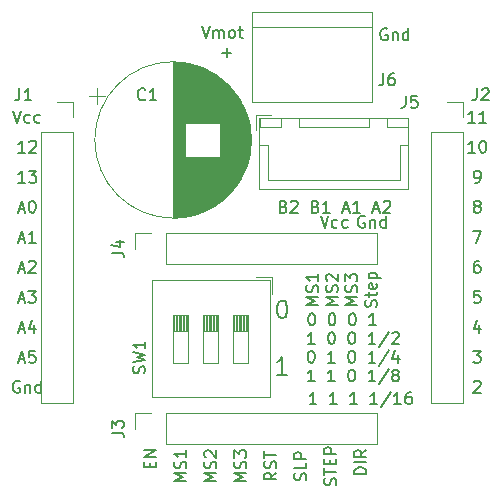
<source format=gbr>
G04 #@! TF.GenerationSoftware,KiCad,Pcbnew,(5.1.8)-1*
G04 #@! TF.CreationDate,2020-11-28T14:58:21+03:00*
G04 #@! TF.ProjectId,A4988,41343938-382e-46b6-9963-61645f706362,rev?*
G04 #@! TF.SameCoordinates,Original*
G04 #@! TF.FileFunction,Legend,Top*
G04 #@! TF.FilePolarity,Positive*
%FSLAX46Y46*%
G04 Gerber Fmt 4.6, Leading zero omitted, Abs format (unit mm)*
G04 Created by KiCad (PCBNEW (5.1.8)-1) date 2020-11-28 14:58:21*
%MOMM*%
%LPD*%
G01*
G04 APERTURE LIST*
%ADD10C,0.150000*%
%ADD11C,0.120000*%
G04 APERTURE END LIST*
D10*
X104941904Y-51967380D02*
X105275238Y-52967380D01*
X105608571Y-51967380D01*
X105941904Y-52967380D02*
X105941904Y-52300714D01*
X105941904Y-52395952D02*
X105989523Y-52348333D01*
X106084761Y-52300714D01*
X106227619Y-52300714D01*
X106322857Y-52348333D01*
X106370476Y-52443571D01*
X106370476Y-52967380D01*
X106370476Y-52443571D02*
X106418095Y-52348333D01*
X106513333Y-52300714D01*
X106656190Y-52300714D01*
X106751428Y-52348333D01*
X106799047Y-52443571D01*
X106799047Y-52967380D01*
X107418095Y-52967380D02*
X107322857Y-52919761D01*
X107275238Y-52872142D01*
X107227619Y-52776904D01*
X107227619Y-52491190D01*
X107275238Y-52395952D01*
X107322857Y-52348333D01*
X107418095Y-52300714D01*
X107560952Y-52300714D01*
X107656190Y-52348333D01*
X107703809Y-52395952D01*
X107751428Y-52491190D01*
X107751428Y-52776904D01*
X107703809Y-52872142D01*
X107656190Y-52919761D01*
X107560952Y-52967380D01*
X107418095Y-52967380D01*
X108037142Y-52300714D02*
X108418095Y-52300714D01*
X108180000Y-51967380D02*
X108180000Y-52824523D01*
X108227619Y-52919761D01*
X108322857Y-52967380D01*
X108418095Y-52967380D01*
X106680000Y-54236428D02*
X107441904Y-54236428D01*
X107060952Y-54617380D02*
X107060952Y-53855476D01*
X120642142Y-52205000D02*
X120546904Y-52157380D01*
X120404047Y-52157380D01*
X120261190Y-52205000D01*
X120165952Y-52300238D01*
X120118333Y-52395476D01*
X120070714Y-52585952D01*
X120070714Y-52728809D01*
X120118333Y-52919285D01*
X120165952Y-53014523D01*
X120261190Y-53109761D01*
X120404047Y-53157380D01*
X120499285Y-53157380D01*
X120642142Y-53109761D01*
X120689761Y-53062142D01*
X120689761Y-52728809D01*
X120499285Y-52728809D01*
X121118333Y-52490714D02*
X121118333Y-53157380D01*
X121118333Y-52585952D02*
X121165952Y-52538333D01*
X121261190Y-52490714D01*
X121404047Y-52490714D01*
X121499285Y-52538333D01*
X121546904Y-52633571D01*
X121546904Y-53157380D01*
X122451666Y-53157380D02*
X122451666Y-52157380D01*
X122451666Y-53109761D02*
X122356428Y-53157380D01*
X122165952Y-53157380D01*
X122070714Y-53109761D01*
X122023095Y-53062142D01*
X121975476Y-52966904D01*
X121975476Y-52681190D01*
X122023095Y-52585952D01*
X122070714Y-52538333D01*
X122165952Y-52490714D01*
X122356428Y-52490714D01*
X122451666Y-52538333D01*
X118737142Y-68080000D02*
X118641904Y-68032380D01*
X118499047Y-68032380D01*
X118356190Y-68080000D01*
X118260952Y-68175238D01*
X118213333Y-68270476D01*
X118165714Y-68460952D01*
X118165714Y-68603809D01*
X118213333Y-68794285D01*
X118260952Y-68889523D01*
X118356190Y-68984761D01*
X118499047Y-69032380D01*
X118594285Y-69032380D01*
X118737142Y-68984761D01*
X118784761Y-68937142D01*
X118784761Y-68603809D01*
X118594285Y-68603809D01*
X119213333Y-68365714D02*
X119213333Y-69032380D01*
X119213333Y-68460952D02*
X119260952Y-68413333D01*
X119356190Y-68365714D01*
X119499047Y-68365714D01*
X119594285Y-68413333D01*
X119641904Y-68508571D01*
X119641904Y-69032380D01*
X120546666Y-69032380D02*
X120546666Y-68032380D01*
X120546666Y-68984761D02*
X120451428Y-69032380D01*
X120260952Y-69032380D01*
X120165714Y-68984761D01*
X120118095Y-68937142D01*
X120070476Y-68841904D01*
X120070476Y-68556190D01*
X120118095Y-68460952D01*
X120165714Y-68413333D01*
X120260952Y-68365714D01*
X120451428Y-68365714D01*
X120546666Y-68413333D01*
X115014523Y-68032380D02*
X115347857Y-69032380D01*
X115681190Y-68032380D01*
X116443095Y-68984761D02*
X116347857Y-69032380D01*
X116157380Y-69032380D01*
X116062142Y-68984761D01*
X116014523Y-68937142D01*
X115966904Y-68841904D01*
X115966904Y-68556190D01*
X116014523Y-68460952D01*
X116062142Y-68413333D01*
X116157380Y-68365714D01*
X116347857Y-68365714D01*
X116443095Y-68413333D01*
X117300238Y-68984761D02*
X117205000Y-69032380D01*
X117014523Y-69032380D01*
X116919285Y-68984761D01*
X116871666Y-68937142D01*
X116824047Y-68841904D01*
X116824047Y-68556190D01*
X116871666Y-68460952D01*
X116919285Y-68413333D01*
X117014523Y-68365714D01*
X117205000Y-68365714D01*
X117300238Y-68413333D01*
X111871666Y-67238571D02*
X112014523Y-67286190D01*
X112062142Y-67333809D01*
X112109761Y-67429047D01*
X112109761Y-67571904D01*
X112062142Y-67667142D01*
X112014523Y-67714761D01*
X111919285Y-67762380D01*
X111538333Y-67762380D01*
X111538333Y-66762380D01*
X111871666Y-66762380D01*
X111966904Y-66810000D01*
X112014523Y-66857619D01*
X112062142Y-66952857D01*
X112062142Y-67048095D01*
X112014523Y-67143333D01*
X111966904Y-67190952D01*
X111871666Y-67238571D01*
X111538333Y-67238571D01*
X112490714Y-66857619D02*
X112538333Y-66810000D01*
X112633571Y-66762380D01*
X112871666Y-66762380D01*
X112966904Y-66810000D01*
X113014523Y-66857619D01*
X113062142Y-66952857D01*
X113062142Y-67048095D01*
X113014523Y-67190952D01*
X112443095Y-67762380D01*
X113062142Y-67762380D01*
X114585952Y-67238571D02*
X114728809Y-67286190D01*
X114776428Y-67333809D01*
X114824047Y-67429047D01*
X114824047Y-67571904D01*
X114776428Y-67667142D01*
X114728809Y-67714761D01*
X114633571Y-67762380D01*
X114252619Y-67762380D01*
X114252619Y-66762380D01*
X114585952Y-66762380D01*
X114681190Y-66810000D01*
X114728809Y-66857619D01*
X114776428Y-66952857D01*
X114776428Y-67048095D01*
X114728809Y-67143333D01*
X114681190Y-67190952D01*
X114585952Y-67238571D01*
X114252619Y-67238571D01*
X115776428Y-67762380D02*
X115205000Y-67762380D01*
X115490714Y-67762380D02*
X115490714Y-66762380D01*
X115395476Y-66905238D01*
X115300238Y-67000476D01*
X115205000Y-67048095D01*
X116919285Y-67476666D02*
X117395476Y-67476666D01*
X116824047Y-67762380D02*
X117157380Y-66762380D01*
X117490714Y-67762380D01*
X118347857Y-67762380D02*
X117776428Y-67762380D01*
X118062142Y-67762380D02*
X118062142Y-66762380D01*
X117966904Y-66905238D01*
X117871666Y-67000476D01*
X117776428Y-67048095D01*
X119490714Y-67476666D02*
X119966904Y-67476666D01*
X119395476Y-67762380D02*
X119728809Y-66762380D01*
X120062142Y-67762380D01*
X120347857Y-66857619D02*
X120395476Y-66810000D01*
X120490714Y-66762380D01*
X120728809Y-66762380D01*
X120824047Y-66810000D01*
X120871666Y-66857619D01*
X120919285Y-66952857D01*
X120919285Y-67048095D01*
X120871666Y-67190952D01*
X120300238Y-67762380D01*
X120919285Y-67762380D01*
X118879880Y-89900000D02*
X117879880Y-89900000D01*
X117879880Y-89661904D01*
X117927500Y-89519047D01*
X118022738Y-89423809D01*
X118117976Y-89376190D01*
X118308452Y-89328571D01*
X118451309Y-89328571D01*
X118641785Y-89376190D01*
X118737023Y-89423809D01*
X118832261Y-89519047D01*
X118879880Y-89661904D01*
X118879880Y-89900000D01*
X118879880Y-88900000D02*
X117879880Y-88900000D01*
X118879880Y-87852380D02*
X118403690Y-88185714D01*
X118879880Y-88423809D02*
X117879880Y-88423809D01*
X117879880Y-88042857D01*
X117927500Y-87947619D01*
X117975119Y-87900000D01*
X118070357Y-87852380D01*
X118213214Y-87852380D01*
X118308452Y-87900000D01*
X118356071Y-87947619D01*
X118403690Y-88042857D01*
X118403690Y-88423809D01*
X116292261Y-90836547D02*
X116339880Y-90693690D01*
X116339880Y-90455595D01*
X116292261Y-90360357D01*
X116244642Y-90312738D01*
X116149404Y-90265119D01*
X116054166Y-90265119D01*
X115958928Y-90312738D01*
X115911309Y-90360357D01*
X115863690Y-90455595D01*
X115816071Y-90646071D01*
X115768452Y-90741309D01*
X115720833Y-90788928D01*
X115625595Y-90836547D01*
X115530357Y-90836547D01*
X115435119Y-90788928D01*
X115387500Y-90741309D01*
X115339880Y-90646071D01*
X115339880Y-90407976D01*
X115387500Y-90265119D01*
X115339880Y-89979404D02*
X115339880Y-89407976D01*
X116339880Y-89693690D02*
X115339880Y-89693690D01*
X115816071Y-89074642D02*
X115816071Y-88741309D01*
X116339880Y-88598452D02*
X116339880Y-89074642D01*
X115339880Y-89074642D01*
X115339880Y-88598452D01*
X116339880Y-88169880D02*
X115339880Y-88169880D01*
X115339880Y-87788928D01*
X115387500Y-87693690D01*
X115435119Y-87646071D01*
X115530357Y-87598452D01*
X115673214Y-87598452D01*
X115768452Y-87646071D01*
X115816071Y-87693690D01*
X115863690Y-87788928D01*
X115863690Y-88169880D01*
X113752261Y-90407976D02*
X113799880Y-90265119D01*
X113799880Y-90027023D01*
X113752261Y-89931785D01*
X113704642Y-89884166D01*
X113609404Y-89836547D01*
X113514166Y-89836547D01*
X113418928Y-89884166D01*
X113371309Y-89931785D01*
X113323690Y-90027023D01*
X113276071Y-90217500D01*
X113228452Y-90312738D01*
X113180833Y-90360357D01*
X113085595Y-90407976D01*
X112990357Y-90407976D01*
X112895119Y-90360357D01*
X112847500Y-90312738D01*
X112799880Y-90217500D01*
X112799880Y-89979404D01*
X112847500Y-89836547D01*
X113799880Y-88931785D02*
X113799880Y-89407976D01*
X112799880Y-89407976D01*
X113799880Y-88598452D02*
X112799880Y-88598452D01*
X112799880Y-88217500D01*
X112847500Y-88122261D01*
X112895119Y-88074642D01*
X112990357Y-88027023D01*
X113133214Y-88027023D01*
X113228452Y-88074642D01*
X113276071Y-88122261D01*
X113323690Y-88217500D01*
X113323690Y-88598452D01*
X111259880Y-89765119D02*
X110783690Y-90098452D01*
X111259880Y-90336547D02*
X110259880Y-90336547D01*
X110259880Y-89955595D01*
X110307500Y-89860357D01*
X110355119Y-89812738D01*
X110450357Y-89765119D01*
X110593214Y-89765119D01*
X110688452Y-89812738D01*
X110736071Y-89860357D01*
X110783690Y-89955595D01*
X110783690Y-90336547D01*
X111212261Y-89384166D02*
X111259880Y-89241309D01*
X111259880Y-89003214D01*
X111212261Y-88907976D01*
X111164642Y-88860357D01*
X111069404Y-88812738D01*
X110974166Y-88812738D01*
X110878928Y-88860357D01*
X110831309Y-88907976D01*
X110783690Y-89003214D01*
X110736071Y-89193690D01*
X110688452Y-89288928D01*
X110640833Y-89336547D01*
X110545595Y-89384166D01*
X110450357Y-89384166D01*
X110355119Y-89336547D01*
X110307500Y-89288928D01*
X110259880Y-89193690D01*
X110259880Y-88955595D01*
X110307500Y-88812738D01*
X110259880Y-88527023D02*
X110259880Y-87955595D01*
X111259880Y-88241309D02*
X110259880Y-88241309D01*
X108719880Y-90503214D02*
X107719880Y-90503214D01*
X108434166Y-90169880D01*
X107719880Y-89836547D01*
X108719880Y-89836547D01*
X108672261Y-89407976D02*
X108719880Y-89265119D01*
X108719880Y-89027023D01*
X108672261Y-88931785D01*
X108624642Y-88884166D01*
X108529404Y-88836547D01*
X108434166Y-88836547D01*
X108338928Y-88884166D01*
X108291309Y-88931785D01*
X108243690Y-89027023D01*
X108196071Y-89217500D01*
X108148452Y-89312738D01*
X108100833Y-89360357D01*
X108005595Y-89407976D01*
X107910357Y-89407976D01*
X107815119Y-89360357D01*
X107767500Y-89312738D01*
X107719880Y-89217500D01*
X107719880Y-88979404D01*
X107767500Y-88836547D01*
X107719880Y-88503214D02*
X107719880Y-87884166D01*
X108100833Y-88217500D01*
X108100833Y-88074642D01*
X108148452Y-87979404D01*
X108196071Y-87931785D01*
X108291309Y-87884166D01*
X108529404Y-87884166D01*
X108624642Y-87931785D01*
X108672261Y-87979404D01*
X108719880Y-88074642D01*
X108719880Y-88360357D01*
X108672261Y-88455595D01*
X108624642Y-88503214D01*
X106179880Y-90503214D02*
X105179880Y-90503214D01*
X105894166Y-90169880D01*
X105179880Y-89836547D01*
X106179880Y-89836547D01*
X106132261Y-89407976D02*
X106179880Y-89265119D01*
X106179880Y-89027023D01*
X106132261Y-88931785D01*
X106084642Y-88884166D01*
X105989404Y-88836547D01*
X105894166Y-88836547D01*
X105798928Y-88884166D01*
X105751309Y-88931785D01*
X105703690Y-89027023D01*
X105656071Y-89217500D01*
X105608452Y-89312738D01*
X105560833Y-89360357D01*
X105465595Y-89407976D01*
X105370357Y-89407976D01*
X105275119Y-89360357D01*
X105227500Y-89312738D01*
X105179880Y-89217500D01*
X105179880Y-88979404D01*
X105227500Y-88836547D01*
X105275119Y-88455595D02*
X105227500Y-88407976D01*
X105179880Y-88312738D01*
X105179880Y-88074642D01*
X105227500Y-87979404D01*
X105275119Y-87931785D01*
X105370357Y-87884166D01*
X105465595Y-87884166D01*
X105608452Y-87931785D01*
X106179880Y-88503214D01*
X106179880Y-87884166D01*
X103639880Y-90503214D02*
X102639880Y-90503214D01*
X103354166Y-90169880D01*
X102639880Y-89836547D01*
X103639880Y-89836547D01*
X103592261Y-89407976D02*
X103639880Y-89265119D01*
X103639880Y-89027023D01*
X103592261Y-88931785D01*
X103544642Y-88884166D01*
X103449404Y-88836547D01*
X103354166Y-88836547D01*
X103258928Y-88884166D01*
X103211309Y-88931785D01*
X103163690Y-89027023D01*
X103116071Y-89217500D01*
X103068452Y-89312738D01*
X103020833Y-89360357D01*
X102925595Y-89407976D01*
X102830357Y-89407976D01*
X102735119Y-89360357D01*
X102687500Y-89312738D01*
X102639880Y-89217500D01*
X102639880Y-88979404D01*
X102687500Y-88836547D01*
X103639880Y-87884166D02*
X103639880Y-88455595D01*
X103639880Y-88169880D02*
X102639880Y-88169880D01*
X102782738Y-88265119D01*
X102877976Y-88360357D01*
X102925595Y-88455595D01*
X100576071Y-89320595D02*
X100576071Y-88987261D01*
X101099880Y-88844404D02*
X101099880Y-89320595D01*
X100099880Y-89320595D01*
X100099880Y-88844404D01*
X101099880Y-88415833D02*
X100099880Y-88415833D01*
X101099880Y-87844404D01*
X100099880Y-87844404D01*
X111688571Y-75201071D02*
X111831428Y-75201071D01*
X111974285Y-75272500D01*
X112045714Y-75343928D01*
X112117142Y-75486785D01*
X112188571Y-75772500D01*
X112188571Y-76129642D01*
X112117142Y-76415357D01*
X112045714Y-76558214D01*
X111974285Y-76629642D01*
X111831428Y-76701071D01*
X111688571Y-76701071D01*
X111545714Y-76629642D01*
X111474285Y-76558214D01*
X111402857Y-76415357D01*
X111331428Y-76129642D01*
X111331428Y-75772500D01*
X111402857Y-75486785D01*
X111474285Y-75343928D01*
X111545714Y-75272500D01*
X111688571Y-75201071D01*
X112188571Y-81501071D02*
X111331428Y-81501071D01*
X111760000Y-81501071D02*
X111760000Y-80001071D01*
X111617142Y-80215357D01*
X111474285Y-80358214D01*
X111331428Y-80429642D01*
X114665595Y-83954880D02*
X114094166Y-83954880D01*
X114379880Y-83954880D02*
X114379880Y-82954880D01*
X114284642Y-83097738D01*
X114189404Y-83192976D01*
X114094166Y-83240595D01*
X116379880Y-83954880D02*
X115808452Y-83954880D01*
X116094166Y-83954880D02*
X116094166Y-82954880D01*
X115998928Y-83097738D01*
X115903690Y-83192976D01*
X115808452Y-83240595D01*
X118094166Y-83954880D02*
X117522738Y-83954880D01*
X117808452Y-83954880D02*
X117808452Y-82954880D01*
X117713214Y-83097738D01*
X117617976Y-83192976D01*
X117522738Y-83240595D01*
X119808452Y-83954880D02*
X119237023Y-83954880D01*
X119522738Y-83954880D02*
X119522738Y-82954880D01*
X119427500Y-83097738D01*
X119332261Y-83192976D01*
X119237023Y-83240595D01*
X120951309Y-82907261D02*
X120094166Y-84192976D01*
X121808452Y-83954880D02*
X121237023Y-83954880D01*
X121522738Y-83954880D02*
X121522738Y-82954880D01*
X121427500Y-83097738D01*
X121332261Y-83192976D01*
X121237023Y-83240595D01*
X122665595Y-82954880D02*
X122475119Y-82954880D01*
X122379880Y-83002500D01*
X122332261Y-83050119D01*
X122237023Y-83192976D01*
X122189404Y-83383452D01*
X122189404Y-83764404D01*
X122237023Y-83859642D01*
X122284642Y-83907261D01*
X122379880Y-83954880D01*
X122570357Y-83954880D01*
X122665595Y-83907261D01*
X122713214Y-83859642D01*
X122760833Y-83764404D01*
X122760833Y-83526309D01*
X122713214Y-83431071D01*
X122665595Y-83383452D01*
X122570357Y-83335833D01*
X122379880Y-83335833D01*
X122284642Y-83383452D01*
X122237023Y-83431071D01*
X122189404Y-83526309D01*
X114506785Y-82049880D02*
X113935357Y-82049880D01*
X114221071Y-82049880D02*
X114221071Y-81049880D01*
X114125833Y-81192738D01*
X114030595Y-81287976D01*
X113935357Y-81335595D01*
X116221071Y-82049880D02*
X115649642Y-82049880D01*
X115935357Y-82049880D02*
X115935357Y-81049880D01*
X115840119Y-81192738D01*
X115744880Y-81287976D01*
X115649642Y-81335595D01*
X117602023Y-81049880D02*
X117697261Y-81049880D01*
X117792500Y-81097500D01*
X117840119Y-81145119D01*
X117887738Y-81240357D01*
X117935357Y-81430833D01*
X117935357Y-81668928D01*
X117887738Y-81859404D01*
X117840119Y-81954642D01*
X117792500Y-82002261D01*
X117697261Y-82049880D01*
X117602023Y-82049880D01*
X117506785Y-82002261D01*
X117459166Y-81954642D01*
X117411547Y-81859404D01*
X117363928Y-81668928D01*
X117363928Y-81430833D01*
X117411547Y-81240357D01*
X117459166Y-81145119D01*
X117506785Y-81097500D01*
X117602023Y-81049880D01*
X119649642Y-82049880D02*
X119078214Y-82049880D01*
X119363928Y-82049880D02*
X119363928Y-81049880D01*
X119268690Y-81192738D01*
X119173452Y-81287976D01*
X119078214Y-81335595D01*
X120792500Y-81002261D02*
X119935357Y-82287976D01*
X121268690Y-81478452D02*
X121173452Y-81430833D01*
X121125833Y-81383214D01*
X121078214Y-81287976D01*
X121078214Y-81240357D01*
X121125833Y-81145119D01*
X121173452Y-81097500D01*
X121268690Y-81049880D01*
X121459166Y-81049880D01*
X121554404Y-81097500D01*
X121602023Y-81145119D01*
X121649642Y-81240357D01*
X121649642Y-81287976D01*
X121602023Y-81383214D01*
X121554404Y-81430833D01*
X121459166Y-81478452D01*
X121268690Y-81478452D01*
X121173452Y-81526071D01*
X121125833Y-81573690D01*
X121078214Y-81668928D01*
X121078214Y-81859404D01*
X121125833Y-81954642D01*
X121173452Y-82002261D01*
X121268690Y-82049880D01*
X121459166Y-82049880D01*
X121554404Y-82002261D01*
X121602023Y-81954642D01*
X121649642Y-81859404D01*
X121649642Y-81668928D01*
X121602023Y-81573690D01*
X121554404Y-81526071D01*
X121459166Y-81478452D01*
X114173452Y-79462380D02*
X114268690Y-79462380D01*
X114363928Y-79510000D01*
X114411547Y-79557619D01*
X114459166Y-79652857D01*
X114506785Y-79843333D01*
X114506785Y-80081428D01*
X114459166Y-80271904D01*
X114411547Y-80367142D01*
X114363928Y-80414761D01*
X114268690Y-80462380D01*
X114173452Y-80462380D01*
X114078214Y-80414761D01*
X114030595Y-80367142D01*
X113982976Y-80271904D01*
X113935357Y-80081428D01*
X113935357Y-79843333D01*
X113982976Y-79652857D01*
X114030595Y-79557619D01*
X114078214Y-79510000D01*
X114173452Y-79462380D01*
X116221071Y-80462380D02*
X115649642Y-80462380D01*
X115935357Y-80462380D02*
X115935357Y-79462380D01*
X115840119Y-79605238D01*
X115744880Y-79700476D01*
X115649642Y-79748095D01*
X117602023Y-79462380D02*
X117697261Y-79462380D01*
X117792500Y-79510000D01*
X117840119Y-79557619D01*
X117887738Y-79652857D01*
X117935357Y-79843333D01*
X117935357Y-80081428D01*
X117887738Y-80271904D01*
X117840119Y-80367142D01*
X117792500Y-80414761D01*
X117697261Y-80462380D01*
X117602023Y-80462380D01*
X117506785Y-80414761D01*
X117459166Y-80367142D01*
X117411547Y-80271904D01*
X117363928Y-80081428D01*
X117363928Y-79843333D01*
X117411547Y-79652857D01*
X117459166Y-79557619D01*
X117506785Y-79510000D01*
X117602023Y-79462380D01*
X119649642Y-80462380D02*
X119078214Y-80462380D01*
X119363928Y-80462380D02*
X119363928Y-79462380D01*
X119268690Y-79605238D01*
X119173452Y-79700476D01*
X119078214Y-79748095D01*
X120792500Y-79414761D02*
X119935357Y-80700476D01*
X121554404Y-79795714D02*
X121554404Y-80462380D01*
X121316309Y-79414761D02*
X121078214Y-80129047D01*
X121697261Y-80129047D01*
X114506785Y-78874880D02*
X113935357Y-78874880D01*
X114221071Y-78874880D02*
X114221071Y-77874880D01*
X114125833Y-78017738D01*
X114030595Y-78112976D01*
X113935357Y-78160595D01*
X115887738Y-77874880D02*
X115982976Y-77874880D01*
X116078214Y-77922500D01*
X116125833Y-77970119D01*
X116173452Y-78065357D01*
X116221071Y-78255833D01*
X116221071Y-78493928D01*
X116173452Y-78684404D01*
X116125833Y-78779642D01*
X116078214Y-78827261D01*
X115982976Y-78874880D01*
X115887738Y-78874880D01*
X115792500Y-78827261D01*
X115744880Y-78779642D01*
X115697261Y-78684404D01*
X115649642Y-78493928D01*
X115649642Y-78255833D01*
X115697261Y-78065357D01*
X115744880Y-77970119D01*
X115792500Y-77922500D01*
X115887738Y-77874880D01*
X117602023Y-77874880D02*
X117697261Y-77874880D01*
X117792500Y-77922500D01*
X117840119Y-77970119D01*
X117887738Y-78065357D01*
X117935357Y-78255833D01*
X117935357Y-78493928D01*
X117887738Y-78684404D01*
X117840119Y-78779642D01*
X117792500Y-78827261D01*
X117697261Y-78874880D01*
X117602023Y-78874880D01*
X117506785Y-78827261D01*
X117459166Y-78779642D01*
X117411547Y-78684404D01*
X117363928Y-78493928D01*
X117363928Y-78255833D01*
X117411547Y-78065357D01*
X117459166Y-77970119D01*
X117506785Y-77922500D01*
X117602023Y-77874880D01*
X119649642Y-78874880D02*
X119078214Y-78874880D01*
X119363928Y-78874880D02*
X119363928Y-77874880D01*
X119268690Y-78017738D01*
X119173452Y-78112976D01*
X119078214Y-78160595D01*
X120792500Y-77827261D02*
X119935357Y-79112976D01*
X121078214Y-77970119D02*
X121125833Y-77922500D01*
X121221071Y-77874880D01*
X121459166Y-77874880D01*
X121554404Y-77922500D01*
X121602023Y-77970119D01*
X121649642Y-78065357D01*
X121649642Y-78160595D01*
X121602023Y-78303452D01*
X121030595Y-78874880D01*
X121649642Y-78874880D01*
X114220952Y-76287380D02*
X114316190Y-76287380D01*
X114411428Y-76335000D01*
X114459047Y-76382619D01*
X114506666Y-76477857D01*
X114554285Y-76668333D01*
X114554285Y-76906428D01*
X114506666Y-77096904D01*
X114459047Y-77192142D01*
X114411428Y-77239761D01*
X114316190Y-77287380D01*
X114220952Y-77287380D01*
X114125714Y-77239761D01*
X114078095Y-77192142D01*
X114030476Y-77096904D01*
X113982857Y-76906428D01*
X113982857Y-76668333D01*
X114030476Y-76477857D01*
X114078095Y-76382619D01*
X114125714Y-76335000D01*
X114220952Y-76287380D01*
X115935238Y-76287380D02*
X116030476Y-76287380D01*
X116125714Y-76335000D01*
X116173333Y-76382619D01*
X116220952Y-76477857D01*
X116268571Y-76668333D01*
X116268571Y-76906428D01*
X116220952Y-77096904D01*
X116173333Y-77192142D01*
X116125714Y-77239761D01*
X116030476Y-77287380D01*
X115935238Y-77287380D01*
X115840000Y-77239761D01*
X115792380Y-77192142D01*
X115744761Y-77096904D01*
X115697142Y-76906428D01*
X115697142Y-76668333D01*
X115744761Y-76477857D01*
X115792380Y-76382619D01*
X115840000Y-76335000D01*
X115935238Y-76287380D01*
X117649523Y-76287380D02*
X117744761Y-76287380D01*
X117840000Y-76335000D01*
X117887619Y-76382619D01*
X117935238Y-76477857D01*
X117982857Y-76668333D01*
X117982857Y-76906428D01*
X117935238Y-77096904D01*
X117887619Y-77192142D01*
X117840000Y-77239761D01*
X117744761Y-77287380D01*
X117649523Y-77287380D01*
X117554285Y-77239761D01*
X117506666Y-77192142D01*
X117459047Y-77096904D01*
X117411428Y-76906428D01*
X117411428Y-76668333D01*
X117459047Y-76477857D01*
X117506666Y-76382619D01*
X117554285Y-76335000D01*
X117649523Y-76287380D01*
X119697142Y-77287380D02*
X119125714Y-77287380D01*
X119411428Y-77287380D02*
X119411428Y-76287380D01*
X119316190Y-76430238D01*
X119220952Y-76525476D01*
X119125714Y-76573095D01*
X114817380Y-75580714D02*
X113817380Y-75580714D01*
X114531666Y-75247380D01*
X113817380Y-74914047D01*
X114817380Y-74914047D01*
X114769761Y-74485476D02*
X114817380Y-74342619D01*
X114817380Y-74104523D01*
X114769761Y-74009285D01*
X114722142Y-73961666D01*
X114626904Y-73914047D01*
X114531666Y-73914047D01*
X114436428Y-73961666D01*
X114388809Y-74009285D01*
X114341190Y-74104523D01*
X114293571Y-74295000D01*
X114245952Y-74390238D01*
X114198333Y-74437857D01*
X114103095Y-74485476D01*
X114007857Y-74485476D01*
X113912619Y-74437857D01*
X113865000Y-74390238D01*
X113817380Y-74295000D01*
X113817380Y-74056904D01*
X113865000Y-73914047D01*
X114817380Y-72961666D02*
X114817380Y-73533095D01*
X114817380Y-73247380D02*
X113817380Y-73247380D01*
X113960238Y-73342619D01*
X114055476Y-73437857D01*
X114103095Y-73533095D01*
X116467380Y-75580714D02*
X115467380Y-75580714D01*
X116181666Y-75247380D01*
X115467380Y-74914047D01*
X116467380Y-74914047D01*
X116419761Y-74485476D02*
X116467380Y-74342619D01*
X116467380Y-74104523D01*
X116419761Y-74009285D01*
X116372142Y-73961666D01*
X116276904Y-73914047D01*
X116181666Y-73914047D01*
X116086428Y-73961666D01*
X116038809Y-74009285D01*
X115991190Y-74104523D01*
X115943571Y-74295000D01*
X115895952Y-74390238D01*
X115848333Y-74437857D01*
X115753095Y-74485476D01*
X115657857Y-74485476D01*
X115562619Y-74437857D01*
X115515000Y-74390238D01*
X115467380Y-74295000D01*
X115467380Y-74056904D01*
X115515000Y-73914047D01*
X115562619Y-73533095D02*
X115515000Y-73485476D01*
X115467380Y-73390238D01*
X115467380Y-73152142D01*
X115515000Y-73056904D01*
X115562619Y-73009285D01*
X115657857Y-72961666D01*
X115753095Y-72961666D01*
X115895952Y-73009285D01*
X116467380Y-73580714D01*
X116467380Y-72961666D01*
X118117380Y-75580714D02*
X117117380Y-75580714D01*
X117831666Y-75247380D01*
X117117380Y-74914047D01*
X118117380Y-74914047D01*
X118069761Y-74485476D02*
X118117380Y-74342619D01*
X118117380Y-74104523D01*
X118069761Y-74009285D01*
X118022142Y-73961666D01*
X117926904Y-73914047D01*
X117831666Y-73914047D01*
X117736428Y-73961666D01*
X117688809Y-74009285D01*
X117641190Y-74104523D01*
X117593571Y-74295000D01*
X117545952Y-74390238D01*
X117498333Y-74437857D01*
X117403095Y-74485476D01*
X117307857Y-74485476D01*
X117212619Y-74437857D01*
X117165000Y-74390238D01*
X117117380Y-74295000D01*
X117117380Y-74056904D01*
X117165000Y-73914047D01*
X117117380Y-73580714D02*
X117117380Y-72961666D01*
X117498333Y-73295000D01*
X117498333Y-73152142D01*
X117545952Y-73056904D01*
X117593571Y-73009285D01*
X117688809Y-72961666D01*
X117926904Y-72961666D01*
X118022142Y-73009285D01*
X118069761Y-73056904D01*
X118117380Y-73152142D01*
X118117380Y-73437857D01*
X118069761Y-73533095D01*
X118022142Y-73580714D01*
X119719761Y-75747380D02*
X119767380Y-75604523D01*
X119767380Y-75366428D01*
X119719761Y-75271190D01*
X119672142Y-75223571D01*
X119576904Y-75175952D01*
X119481666Y-75175952D01*
X119386428Y-75223571D01*
X119338809Y-75271190D01*
X119291190Y-75366428D01*
X119243571Y-75556904D01*
X119195952Y-75652142D01*
X119148333Y-75699761D01*
X119053095Y-75747380D01*
X118957857Y-75747380D01*
X118862619Y-75699761D01*
X118815000Y-75652142D01*
X118767380Y-75556904D01*
X118767380Y-75318809D01*
X118815000Y-75175952D01*
X119100714Y-74890238D02*
X119100714Y-74509285D01*
X118767380Y-74747380D02*
X119624523Y-74747380D01*
X119719761Y-74699761D01*
X119767380Y-74604523D01*
X119767380Y-74509285D01*
X119719761Y-73795000D02*
X119767380Y-73890238D01*
X119767380Y-74080714D01*
X119719761Y-74175952D01*
X119624523Y-74223571D01*
X119243571Y-74223571D01*
X119148333Y-74175952D01*
X119100714Y-74080714D01*
X119100714Y-73890238D01*
X119148333Y-73795000D01*
X119243571Y-73747380D01*
X119338809Y-73747380D01*
X119434047Y-74223571D01*
X119100714Y-73318809D02*
X120100714Y-73318809D01*
X119148333Y-73318809D02*
X119100714Y-73223571D01*
X119100714Y-73033095D01*
X119148333Y-72937857D01*
X119195952Y-72890238D01*
X119291190Y-72842619D01*
X119576904Y-72842619D01*
X119672142Y-72890238D01*
X119719761Y-72937857D01*
X119767380Y-73033095D01*
X119767380Y-73223571D01*
X119719761Y-73318809D01*
X89527142Y-82050000D02*
X89431904Y-82002380D01*
X89289047Y-82002380D01*
X89146190Y-82050000D01*
X89050952Y-82145238D01*
X89003333Y-82240476D01*
X88955714Y-82430952D01*
X88955714Y-82573809D01*
X89003333Y-82764285D01*
X89050952Y-82859523D01*
X89146190Y-82954761D01*
X89289047Y-83002380D01*
X89384285Y-83002380D01*
X89527142Y-82954761D01*
X89574761Y-82907142D01*
X89574761Y-82573809D01*
X89384285Y-82573809D01*
X90003333Y-82335714D02*
X90003333Y-83002380D01*
X90003333Y-82430952D02*
X90050952Y-82383333D01*
X90146190Y-82335714D01*
X90289047Y-82335714D01*
X90384285Y-82383333D01*
X90431904Y-82478571D01*
X90431904Y-83002380D01*
X91336666Y-83002380D02*
X91336666Y-82002380D01*
X91336666Y-82954761D02*
X91241428Y-83002380D01*
X91050952Y-83002380D01*
X90955714Y-82954761D01*
X90908095Y-82907142D01*
X90860476Y-82811904D01*
X90860476Y-82526190D01*
X90908095Y-82430952D01*
X90955714Y-82383333D01*
X91050952Y-82335714D01*
X91241428Y-82335714D01*
X91336666Y-82383333D01*
X89455714Y-80176666D02*
X89931904Y-80176666D01*
X89360476Y-80462380D02*
X89693809Y-79462380D01*
X90027142Y-80462380D01*
X90836666Y-79462380D02*
X90360476Y-79462380D01*
X90312857Y-79938571D01*
X90360476Y-79890952D01*
X90455714Y-79843333D01*
X90693809Y-79843333D01*
X90789047Y-79890952D01*
X90836666Y-79938571D01*
X90884285Y-80033809D01*
X90884285Y-80271904D01*
X90836666Y-80367142D01*
X90789047Y-80414761D01*
X90693809Y-80462380D01*
X90455714Y-80462380D01*
X90360476Y-80414761D01*
X90312857Y-80367142D01*
X89455714Y-77636666D02*
X89931904Y-77636666D01*
X89360476Y-77922380D02*
X89693809Y-76922380D01*
X90027142Y-77922380D01*
X90789047Y-77255714D02*
X90789047Y-77922380D01*
X90550952Y-76874761D02*
X90312857Y-77589047D01*
X90931904Y-77589047D01*
X89455714Y-75096666D02*
X89931904Y-75096666D01*
X89360476Y-75382380D02*
X89693809Y-74382380D01*
X90027142Y-75382380D01*
X90265238Y-74382380D02*
X90884285Y-74382380D01*
X90550952Y-74763333D01*
X90693809Y-74763333D01*
X90789047Y-74810952D01*
X90836666Y-74858571D01*
X90884285Y-74953809D01*
X90884285Y-75191904D01*
X90836666Y-75287142D01*
X90789047Y-75334761D01*
X90693809Y-75382380D01*
X90408095Y-75382380D01*
X90312857Y-75334761D01*
X90265238Y-75287142D01*
X89455714Y-72556666D02*
X89931904Y-72556666D01*
X89360476Y-72842380D02*
X89693809Y-71842380D01*
X90027142Y-72842380D01*
X90312857Y-71937619D02*
X90360476Y-71890000D01*
X90455714Y-71842380D01*
X90693809Y-71842380D01*
X90789047Y-71890000D01*
X90836666Y-71937619D01*
X90884285Y-72032857D01*
X90884285Y-72128095D01*
X90836666Y-72270952D01*
X90265238Y-72842380D01*
X90884285Y-72842380D01*
X89455714Y-70016666D02*
X89931904Y-70016666D01*
X89360476Y-70302380D02*
X89693809Y-69302380D01*
X90027142Y-70302380D01*
X90884285Y-70302380D02*
X90312857Y-70302380D01*
X90598571Y-70302380D02*
X90598571Y-69302380D01*
X90503333Y-69445238D01*
X90408095Y-69540476D01*
X90312857Y-69588095D01*
X89455714Y-67476666D02*
X89931904Y-67476666D01*
X89360476Y-67762380D02*
X89693809Y-66762380D01*
X90027142Y-67762380D01*
X90550952Y-66762380D02*
X90646190Y-66762380D01*
X90741428Y-66810000D01*
X90789047Y-66857619D01*
X90836666Y-66952857D01*
X90884285Y-67143333D01*
X90884285Y-67381428D01*
X90836666Y-67571904D01*
X90789047Y-67667142D01*
X90741428Y-67714761D01*
X90646190Y-67762380D01*
X90550952Y-67762380D01*
X90455714Y-67714761D01*
X90408095Y-67667142D01*
X90360476Y-67571904D01*
X90312857Y-67381428D01*
X90312857Y-67143333D01*
X90360476Y-66952857D01*
X90408095Y-66857619D01*
X90455714Y-66810000D01*
X90550952Y-66762380D01*
X88979523Y-59142380D02*
X89312857Y-60142380D01*
X89646190Y-59142380D01*
X90408095Y-60094761D02*
X90312857Y-60142380D01*
X90122380Y-60142380D01*
X90027142Y-60094761D01*
X89979523Y-60047142D01*
X89931904Y-59951904D01*
X89931904Y-59666190D01*
X89979523Y-59570952D01*
X90027142Y-59523333D01*
X90122380Y-59475714D01*
X90312857Y-59475714D01*
X90408095Y-59523333D01*
X91265238Y-60094761D02*
X91170000Y-60142380D01*
X90979523Y-60142380D01*
X90884285Y-60094761D01*
X90836666Y-60047142D01*
X90789047Y-59951904D01*
X90789047Y-59666190D01*
X90836666Y-59570952D01*
X90884285Y-59523333D01*
X90979523Y-59475714D01*
X91170000Y-59475714D01*
X91265238Y-59523333D01*
X89979523Y-65222380D02*
X89408095Y-65222380D01*
X89693809Y-65222380D02*
X89693809Y-64222380D01*
X89598571Y-64365238D01*
X89503333Y-64460476D01*
X89408095Y-64508095D01*
X90312857Y-64222380D02*
X90931904Y-64222380D01*
X90598571Y-64603333D01*
X90741428Y-64603333D01*
X90836666Y-64650952D01*
X90884285Y-64698571D01*
X90931904Y-64793809D01*
X90931904Y-65031904D01*
X90884285Y-65127142D01*
X90836666Y-65174761D01*
X90741428Y-65222380D01*
X90455714Y-65222380D01*
X90360476Y-65174761D01*
X90312857Y-65127142D01*
X89979523Y-62682380D02*
X89408095Y-62682380D01*
X89693809Y-62682380D02*
X89693809Y-61682380D01*
X89598571Y-61825238D01*
X89503333Y-61920476D01*
X89408095Y-61968095D01*
X90360476Y-61777619D02*
X90408095Y-61730000D01*
X90503333Y-61682380D01*
X90741428Y-61682380D01*
X90836666Y-61730000D01*
X90884285Y-61777619D01*
X90931904Y-61872857D01*
X90931904Y-61968095D01*
X90884285Y-62110952D01*
X90312857Y-62682380D01*
X90931904Y-62682380D01*
X128079523Y-60142380D02*
X127508095Y-60142380D01*
X127793809Y-60142380D02*
X127793809Y-59142380D01*
X127698571Y-59285238D01*
X127603333Y-59380476D01*
X127508095Y-59428095D01*
X129031904Y-60142380D02*
X128460476Y-60142380D01*
X128746190Y-60142380D02*
X128746190Y-59142380D01*
X128650952Y-59285238D01*
X128555714Y-59380476D01*
X128460476Y-59428095D01*
X128079523Y-62682380D02*
X127508095Y-62682380D01*
X127793809Y-62682380D02*
X127793809Y-61682380D01*
X127698571Y-61825238D01*
X127603333Y-61920476D01*
X127508095Y-61968095D01*
X128698571Y-61682380D02*
X128793809Y-61682380D01*
X128889047Y-61730000D01*
X128936666Y-61777619D01*
X128984285Y-61872857D01*
X129031904Y-62063333D01*
X129031904Y-62301428D01*
X128984285Y-62491904D01*
X128936666Y-62587142D01*
X128889047Y-62634761D01*
X128793809Y-62682380D01*
X128698571Y-62682380D01*
X128603333Y-62634761D01*
X128555714Y-62587142D01*
X128508095Y-62491904D01*
X128460476Y-62301428D01*
X128460476Y-62063333D01*
X128508095Y-61872857D01*
X128555714Y-61777619D01*
X128603333Y-61730000D01*
X128698571Y-61682380D01*
X128079523Y-65222380D02*
X128270000Y-65222380D01*
X128365238Y-65174761D01*
X128412857Y-65127142D01*
X128508095Y-64984285D01*
X128555714Y-64793809D01*
X128555714Y-64412857D01*
X128508095Y-64317619D01*
X128460476Y-64270000D01*
X128365238Y-64222380D01*
X128174761Y-64222380D01*
X128079523Y-64270000D01*
X128031904Y-64317619D01*
X127984285Y-64412857D01*
X127984285Y-64650952D01*
X128031904Y-64746190D01*
X128079523Y-64793809D01*
X128174761Y-64841428D01*
X128365238Y-64841428D01*
X128460476Y-64793809D01*
X128508095Y-64746190D01*
X128555714Y-64650952D01*
X128174761Y-67190952D02*
X128079523Y-67143333D01*
X128031904Y-67095714D01*
X127984285Y-67000476D01*
X127984285Y-66952857D01*
X128031904Y-66857619D01*
X128079523Y-66810000D01*
X128174761Y-66762380D01*
X128365238Y-66762380D01*
X128460476Y-66810000D01*
X128508095Y-66857619D01*
X128555714Y-66952857D01*
X128555714Y-67000476D01*
X128508095Y-67095714D01*
X128460476Y-67143333D01*
X128365238Y-67190952D01*
X128174761Y-67190952D01*
X128079523Y-67238571D01*
X128031904Y-67286190D01*
X127984285Y-67381428D01*
X127984285Y-67571904D01*
X128031904Y-67667142D01*
X128079523Y-67714761D01*
X128174761Y-67762380D01*
X128365238Y-67762380D01*
X128460476Y-67714761D01*
X128508095Y-67667142D01*
X128555714Y-67571904D01*
X128555714Y-67381428D01*
X128508095Y-67286190D01*
X128460476Y-67238571D01*
X128365238Y-67190952D01*
X127936666Y-69302380D02*
X128603333Y-69302380D01*
X128174761Y-70302380D01*
X128460476Y-71842380D02*
X128270000Y-71842380D01*
X128174761Y-71890000D01*
X128127142Y-71937619D01*
X128031904Y-72080476D01*
X127984285Y-72270952D01*
X127984285Y-72651904D01*
X128031904Y-72747142D01*
X128079523Y-72794761D01*
X128174761Y-72842380D01*
X128365238Y-72842380D01*
X128460476Y-72794761D01*
X128508095Y-72747142D01*
X128555714Y-72651904D01*
X128555714Y-72413809D01*
X128508095Y-72318571D01*
X128460476Y-72270952D01*
X128365238Y-72223333D01*
X128174761Y-72223333D01*
X128079523Y-72270952D01*
X128031904Y-72318571D01*
X127984285Y-72413809D01*
X128508095Y-74382380D02*
X128031904Y-74382380D01*
X127984285Y-74858571D01*
X128031904Y-74810952D01*
X128127142Y-74763333D01*
X128365238Y-74763333D01*
X128460476Y-74810952D01*
X128508095Y-74858571D01*
X128555714Y-74953809D01*
X128555714Y-75191904D01*
X128508095Y-75287142D01*
X128460476Y-75334761D01*
X128365238Y-75382380D01*
X128127142Y-75382380D01*
X128031904Y-75334761D01*
X127984285Y-75287142D01*
X128460476Y-77255714D02*
X128460476Y-77922380D01*
X128222380Y-76874761D02*
X127984285Y-77589047D01*
X128603333Y-77589047D01*
X127936666Y-79462380D02*
X128555714Y-79462380D01*
X128222380Y-79843333D01*
X128365238Y-79843333D01*
X128460476Y-79890952D01*
X128508095Y-79938571D01*
X128555714Y-80033809D01*
X128555714Y-80271904D01*
X128508095Y-80367142D01*
X128460476Y-80414761D01*
X128365238Y-80462380D01*
X128079523Y-80462380D01*
X127984285Y-80414761D01*
X127936666Y-80367142D01*
X127984285Y-82097619D02*
X128031904Y-82050000D01*
X128127142Y-82002380D01*
X128365238Y-82002380D01*
X128460476Y-82050000D01*
X128508095Y-82097619D01*
X128555714Y-82192857D01*
X128555714Y-82288095D01*
X128508095Y-82430952D01*
X127936666Y-83002380D01*
X128555714Y-83002380D01*
D11*
X92710000Y-58360000D02*
X94040000Y-58360000D01*
X94040000Y-58360000D02*
X94040000Y-59690000D01*
X94040000Y-60960000D02*
X94040000Y-83880000D01*
X91380000Y-83880000D02*
X94040000Y-83880000D01*
X91380000Y-60960000D02*
X91380000Y-83880000D01*
X91380000Y-60960000D02*
X94040000Y-60960000D01*
X124400000Y-60960000D02*
X127060000Y-60960000D01*
X124400000Y-60960000D02*
X124400000Y-83880000D01*
X124400000Y-83880000D02*
X127060000Y-83880000D01*
X127060000Y-60960000D02*
X127060000Y-83880000D01*
X127060000Y-58360000D02*
X127060000Y-59690000D01*
X125730000Y-58360000D02*
X127060000Y-58360000D01*
X96077931Y-57230000D02*
X96077931Y-58530000D01*
X95427931Y-57880000D02*
X96727931Y-57880000D01*
X109113500Y-61120000D02*
X109113500Y-62070000D01*
X109073500Y-60745000D02*
X109073500Y-62445000D01*
X109033500Y-60488000D02*
X109033500Y-62702000D01*
X108993500Y-60280000D02*
X108993500Y-62910000D01*
X108953500Y-60101000D02*
X108953500Y-63089000D01*
X108913500Y-59942000D02*
X108913500Y-63248000D01*
X108873500Y-59797000D02*
X108873500Y-63393000D01*
X108833500Y-59664000D02*
X108833500Y-63526000D01*
X108793500Y-59540000D02*
X108793500Y-63650000D01*
X108753500Y-59424000D02*
X108753500Y-63766000D01*
X108713500Y-59314000D02*
X108713500Y-63876000D01*
X108673500Y-59210000D02*
X108673500Y-63980000D01*
X108633500Y-59111000D02*
X108633500Y-64079000D01*
X108593500Y-59016000D02*
X108593500Y-64174000D01*
X108553500Y-58925000D02*
X108553500Y-64265000D01*
X108513500Y-58837000D02*
X108513500Y-64353000D01*
X108473500Y-58753000D02*
X108473500Y-64437000D01*
X108433500Y-58672000D02*
X108433500Y-64518000D01*
X108393500Y-58593000D02*
X108393500Y-64597000D01*
X108353500Y-58517000D02*
X108353500Y-64673000D01*
X108313500Y-58443000D02*
X108313500Y-64747000D01*
X108273500Y-58372000D02*
X108273500Y-64818000D01*
X108233500Y-58302000D02*
X108233500Y-64888000D01*
X108193500Y-58234000D02*
X108193500Y-64956000D01*
X108153500Y-58168000D02*
X108153500Y-65022000D01*
X108113500Y-58104000D02*
X108113500Y-65086000D01*
X108073500Y-58041000D02*
X108073500Y-65149000D01*
X108033500Y-57980000D02*
X108033500Y-65210000D01*
X107993500Y-57920000D02*
X107993500Y-65270000D01*
X107953500Y-57862000D02*
X107953500Y-65328000D01*
X107913500Y-57805000D02*
X107913500Y-65385000D01*
X107873500Y-57749000D02*
X107873500Y-65441000D01*
X107833500Y-57695000D02*
X107833500Y-65495000D01*
X107793500Y-57641000D02*
X107793500Y-65549000D01*
X107753500Y-57589000D02*
X107753500Y-65601000D01*
X107713500Y-57538000D02*
X107713500Y-65652000D01*
X107673500Y-57487000D02*
X107673500Y-65703000D01*
X107633500Y-57438000D02*
X107633500Y-65752000D01*
X107593500Y-57390000D02*
X107593500Y-65800000D01*
X107553500Y-57342000D02*
X107553500Y-65848000D01*
X107513500Y-57296000D02*
X107513500Y-65894000D01*
X107473500Y-57250000D02*
X107473500Y-65940000D01*
X107433500Y-57205000D02*
X107433500Y-65985000D01*
X107393500Y-57161000D02*
X107393500Y-66029000D01*
X107353500Y-57118000D02*
X107353500Y-66072000D01*
X107313500Y-57076000D02*
X107313500Y-66114000D01*
X107273500Y-57034000D02*
X107273500Y-66156000D01*
X107233500Y-56993000D02*
X107233500Y-66197000D01*
X107193500Y-56952000D02*
X107193500Y-66238000D01*
X107153500Y-56913000D02*
X107153500Y-66277000D01*
X107113500Y-56874000D02*
X107113500Y-66316000D01*
X107073500Y-56835000D02*
X107073500Y-66355000D01*
X107033500Y-56798000D02*
X107033500Y-66392000D01*
X106993500Y-56761000D02*
X106993500Y-66429000D01*
X106953500Y-56724000D02*
X106953500Y-66466000D01*
X106913500Y-56688000D02*
X106913500Y-66502000D01*
X106873500Y-56653000D02*
X106873500Y-66537000D01*
X106833500Y-56618000D02*
X106833500Y-66572000D01*
X106793500Y-56584000D02*
X106793500Y-66606000D01*
X106753500Y-56551000D02*
X106753500Y-66639000D01*
X106713500Y-56517000D02*
X106713500Y-66673000D01*
X106673500Y-56485000D02*
X106673500Y-66705000D01*
X106633500Y-56453000D02*
X106633500Y-66737000D01*
X106593500Y-56421000D02*
X106593500Y-66769000D01*
X106553500Y-56390000D02*
X106553500Y-66800000D01*
X106513500Y-56360000D02*
X106513500Y-66830000D01*
X106473500Y-56330000D02*
X106473500Y-66860000D01*
X106433500Y-63035000D02*
X106433500Y-66890000D01*
X106433500Y-56300000D02*
X106433500Y-60155000D01*
X106393500Y-63035000D02*
X106393500Y-66919000D01*
X106393500Y-56271000D02*
X106393500Y-60155000D01*
X106353500Y-63035000D02*
X106353500Y-66948000D01*
X106353500Y-56242000D02*
X106353500Y-60155000D01*
X106313500Y-63035000D02*
X106313500Y-66976000D01*
X106313500Y-56214000D02*
X106313500Y-60155000D01*
X106273500Y-63035000D02*
X106273500Y-67004000D01*
X106273500Y-56186000D02*
X106273500Y-60155000D01*
X106233500Y-63035000D02*
X106233500Y-67031000D01*
X106233500Y-56159000D02*
X106233500Y-60155000D01*
X106193500Y-63035000D02*
X106193500Y-67058000D01*
X106193500Y-56132000D02*
X106193500Y-60155000D01*
X106153500Y-63035000D02*
X106153500Y-67085000D01*
X106153500Y-56105000D02*
X106153500Y-60155000D01*
X106113500Y-63035000D02*
X106113500Y-67111000D01*
X106113500Y-56079000D02*
X106113500Y-60155000D01*
X106073500Y-63035000D02*
X106073500Y-67137000D01*
X106073500Y-56053000D02*
X106073500Y-60155000D01*
X106033500Y-63035000D02*
X106033500Y-67162000D01*
X106033500Y-56028000D02*
X106033500Y-60155000D01*
X105993500Y-63035000D02*
X105993500Y-67187000D01*
X105993500Y-56003000D02*
X105993500Y-60155000D01*
X105953500Y-63035000D02*
X105953500Y-67212000D01*
X105953500Y-55978000D02*
X105953500Y-60155000D01*
X105913500Y-63035000D02*
X105913500Y-67236000D01*
X105913500Y-55954000D02*
X105913500Y-60155000D01*
X105873500Y-63035000D02*
X105873500Y-67259000D01*
X105873500Y-55931000D02*
X105873500Y-60155000D01*
X105833500Y-63035000D02*
X105833500Y-67283000D01*
X105833500Y-55907000D02*
X105833500Y-60155000D01*
X105793500Y-63035000D02*
X105793500Y-67306000D01*
X105793500Y-55884000D02*
X105793500Y-60155000D01*
X105753500Y-63035000D02*
X105753500Y-67328000D01*
X105753500Y-55862000D02*
X105753500Y-60155000D01*
X105713500Y-63035000D02*
X105713500Y-67351000D01*
X105713500Y-55839000D02*
X105713500Y-60155000D01*
X105673500Y-63035000D02*
X105673500Y-67373000D01*
X105673500Y-55817000D02*
X105673500Y-60155000D01*
X105633500Y-63035000D02*
X105633500Y-67394000D01*
X105633500Y-55796000D02*
X105633500Y-60155000D01*
X105593500Y-63035000D02*
X105593500Y-67415000D01*
X105593500Y-55775000D02*
X105593500Y-60155000D01*
X105553500Y-63035000D02*
X105553500Y-67436000D01*
X105553500Y-55754000D02*
X105553500Y-60155000D01*
X105513500Y-63035000D02*
X105513500Y-67457000D01*
X105513500Y-55733000D02*
X105513500Y-60155000D01*
X105473500Y-63035000D02*
X105473500Y-67477000D01*
X105473500Y-55713000D02*
X105473500Y-60155000D01*
X105433500Y-63035000D02*
X105433500Y-67497000D01*
X105433500Y-55693000D02*
X105433500Y-60155000D01*
X105393500Y-63035000D02*
X105393500Y-67516000D01*
X105393500Y-55674000D02*
X105393500Y-60155000D01*
X105353500Y-63035000D02*
X105353500Y-67535000D01*
X105353500Y-55655000D02*
X105353500Y-60155000D01*
X105313500Y-63035000D02*
X105313500Y-67554000D01*
X105313500Y-55636000D02*
X105313500Y-60155000D01*
X105273500Y-63035000D02*
X105273500Y-67573000D01*
X105273500Y-55617000D02*
X105273500Y-60155000D01*
X105233500Y-63035000D02*
X105233500Y-67591000D01*
X105233500Y-55599000D02*
X105233500Y-60155000D01*
X105193500Y-63035000D02*
X105193500Y-67609000D01*
X105193500Y-55581000D02*
X105193500Y-60155000D01*
X105153500Y-63035000D02*
X105153500Y-67626000D01*
X105153500Y-55564000D02*
X105153500Y-60155000D01*
X105113500Y-63035000D02*
X105113500Y-67644000D01*
X105113500Y-55546000D02*
X105113500Y-60155000D01*
X105073500Y-63035000D02*
X105073500Y-67660000D01*
X105073500Y-55530000D02*
X105073500Y-60155000D01*
X105033500Y-63035000D02*
X105033500Y-67677000D01*
X105033500Y-55513000D02*
X105033500Y-60155000D01*
X104993500Y-63035000D02*
X104993500Y-67693000D01*
X104993500Y-55497000D02*
X104993500Y-60155000D01*
X104953500Y-63035000D02*
X104953500Y-67709000D01*
X104953500Y-55481000D02*
X104953500Y-60155000D01*
X104913500Y-63035000D02*
X104913500Y-67725000D01*
X104913500Y-55465000D02*
X104913500Y-60155000D01*
X104873500Y-63035000D02*
X104873500Y-67741000D01*
X104873500Y-55449000D02*
X104873500Y-60155000D01*
X104833500Y-63035000D02*
X104833500Y-67756000D01*
X104833500Y-55434000D02*
X104833500Y-60155000D01*
X104793500Y-63035000D02*
X104793500Y-67770000D01*
X104793500Y-55420000D02*
X104793500Y-60155000D01*
X104753500Y-63035000D02*
X104753500Y-67785000D01*
X104753500Y-55405000D02*
X104753500Y-60155000D01*
X104713500Y-63035000D02*
X104713500Y-67799000D01*
X104713500Y-55391000D02*
X104713500Y-60155000D01*
X104673500Y-63035000D02*
X104673500Y-67813000D01*
X104673500Y-55377000D02*
X104673500Y-60155000D01*
X104633500Y-63035000D02*
X104633500Y-67827000D01*
X104633500Y-55363000D02*
X104633500Y-60155000D01*
X104593500Y-63035000D02*
X104593500Y-67840000D01*
X104593500Y-55350000D02*
X104593500Y-60155000D01*
X104553500Y-63035000D02*
X104553500Y-67853000D01*
X104553500Y-55337000D02*
X104553500Y-60155000D01*
X104513500Y-63035000D02*
X104513500Y-67866000D01*
X104513500Y-55324000D02*
X104513500Y-60155000D01*
X104473500Y-63035000D02*
X104473500Y-67879000D01*
X104473500Y-55311000D02*
X104473500Y-60155000D01*
X104433500Y-63035000D02*
X104433500Y-67891000D01*
X104433500Y-55299000D02*
X104433500Y-60155000D01*
X104393500Y-63035000D02*
X104393500Y-67903000D01*
X104393500Y-55287000D02*
X104393500Y-60155000D01*
X104353500Y-63035000D02*
X104353500Y-67915000D01*
X104353500Y-55275000D02*
X104353500Y-60155000D01*
X104313500Y-63035000D02*
X104313500Y-67926000D01*
X104313500Y-55264000D02*
X104313500Y-60155000D01*
X104273500Y-63035000D02*
X104273500Y-67937000D01*
X104273500Y-55253000D02*
X104273500Y-60155000D01*
X104233500Y-63035000D02*
X104233500Y-67948000D01*
X104233500Y-55242000D02*
X104233500Y-60155000D01*
X104193500Y-63035000D02*
X104193500Y-67959000D01*
X104193500Y-55231000D02*
X104193500Y-60155000D01*
X104153500Y-63035000D02*
X104153500Y-67969000D01*
X104153500Y-55221000D02*
X104153500Y-60155000D01*
X104113500Y-63035000D02*
X104113500Y-67979000D01*
X104113500Y-55211000D02*
X104113500Y-60155000D01*
X104073500Y-63035000D02*
X104073500Y-67989000D01*
X104073500Y-55201000D02*
X104073500Y-60155000D01*
X104033500Y-63035000D02*
X104033500Y-67999000D01*
X104033500Y-55191000D02*
X104033500Y-60155000D01*
X103993500Y-63035000D02*
X103993500Y-68008000D01*
X103993500Y-55182000D02*
X103993500Y-60155000D01*
X103953500Y-63035000D02*
X103953500Y-68017000D01*
X103953500Y-55173000D02*
X103953500Y-60155000D01*
X103913500Y-63035000D02*
X103913500Y-68026000D01*
X103913500Y-55164000D02*
X103913500Y-60155000D01*
X103873500Y-63035000D02*
X103873500Y-68034000D01*
X103873500Y-55156000D02*
X103873500Y-60155000D01*
X103833500Y-63035000D02*
X103833500Y-68043000D01*
X103833500Y-55147000D02*
X103833500Y-60155000D01*
X103793500Y-63035000D02*
X103793500Y-68051000D01*
X103793500Y-55139000D02*
X103793500Y-60155000D01*
X103753500Y-63035000D02*
X103753500Y-68058000D01*
X103753500Y-55132000D02*
X103753500Y-60155000D01*
X103713500Y-63035000D02*
X103713500Y-68066000D01*
X103713500Y-55124000D02*
X103713500Y-60155000D01*
X103673500Y-63035000D02*
X103673500Y-68073000D01*
X103673500Y-55117000D02*
X103673500Y-60155000D01*
X103633500Y-63035000D02*
X103633500Y-68080000D01*
X103633500Y-55110000D02*
X103633500Y-60155000D01*
X103593500Y-63035000D02*
X103593500Y-68087000D01*
X103593500Y-55103000D02*
X103593500Y-60155000D01*
X103553500Y-55097000D02*
X103553500Y-68093000D01*
X103513500Y-55090000D02*
X103513500Y-68100000D01*
X103473500Y-55084000D02*
X103473500Y-68106000D01*
X103433500Y-55079000D02*
X103433500Y-68111000D01*
X103393500Y-55073000D02*
X103393500Y-68117000D01*
X103353500Y-55068000D02*
X103353500Y-68122000D01*
X103313500Y-55063000D02*
X103313500Y-68127000D01*
X103273500Y-55058000D02*
X103273500Y-68132000D01*
X103233500Y-55054000D02*
X103233500Y-68136000D01*
X103192500Y-55050000D02*
X103192500Y-68140000D01*
X103152500Y-55046000D02*
X103152500Y-68144000D01*
X103112500Y-55042000D02*
X103112500Y-68148000D01*
X103072500Y-55038000D02*
X103072500Y-68152000D01*
X103032500Y-55035000D02*
X103032500Y-68155000D01*
X102992500Y-55032000D02*
X102992500Y-68158000D01*
X102952500Y-55029000D02*
X102952500Y-68161000D01*
X102912500Y-55027000D02*
X102912500Y-68163000D01*
X102872500Y-55024000D02*
X102872500Y-68166000D01*
X102832500Y-55022000D02*
X102832500Y-68168000D01*
X102792500Y-55020000D02*
X102792500Y-68170000D01*
X102752500Y-55019000D02*
X102752500Y-68171000D01*
X102712500Y-55018000D02*
X102712500Y-68172000D01*
X102672500Y-55016000D02*
X102672500Y-68174000D01*
X102632500Y-55016000D02*
X102632500Y-68174000D01*
X102592500Y-55015000D02*
X102592500Y-68175000D01*
X102552500Y-55015000D02*
X102552500Y-68175000D01*
X102512500Y-55015000D02*
X102512500Y-68175000D01*
X109132500Y-61595000D02*
G75*
G03*
X109132500Y-61595000I-6620000J0D01*
G01*
X99317500Y-86042500D02*
X99317500Y-84712500D01*
X99317500Y-84712500D02*
X100647500Y-84712500D01*
X101917500Y-84712500D02*
X119757500Y-84712500D01*
X119757500Y-87372500D02*
X119757500Y-84712500D01*
X101917500Y-87372500D02*
X119757500Y-87372500D01*
X101917500Y-87372500D02*
X101917500Y-84712500D01*
X101917500Y-72132500D02*
X101917500Y-69472500D01*
X101917500Y-72132500D02*
X119757500Y-72132500D01*
X119757500Y-72132500D02*
X119757500Y-69472500D01*
X101917500Y-69472500D02*
X119757500Y-69472500D01*
X99317500Y-69472500D02*
X100647500Y-69472500D01*
X99317500Y-70802500D02*
X99317500Y-69472500D01*
X109545000Y-59480000D02*
X109545000Y-60730000D01*
X110795000Y-59480000D02*
X109545000Y-59480000D01*
X121695000Y-64980000D02*
X116145000Y-64980000D01*
X121695000Y-62030000D02*
X121695000Y-64980000D01*
X122445000Y-62030000D02*
X121695000Y-62030000D01*
X110595000Y-64980000D02*
X116145000Y-64980000D01*
X110595000Y-62030000D02*
X110595000Y-64980000D01*
X109845000Y-62030000D02*
X110595000Y-62030000D01*
X122445000Y-59780000D02*
X120645000Y-59780000D01*
X122445000Y-60530000D02*
X122445000Y-59780000D01*
X120645000Y-60530000D02*
X122445000Y-60530000D01*
X120645000Y-59780000D02*
X120645000Y-60530000D01*
X111645000Y-59780000D02*
X109845000Y-59780000D01*
X111645000Y-60530000D02*
X111645000Y-59780000D01*
X109845000Y-60530000D02*
X111645000Y-60530000D01*
X109845000Y-59780000D02*
X109845000Y-60530000D01*
X119145000Y-59780000D02*
X113145000Y-59780000D01*
X119145000Y-60530000D02*
X119145000Y-59780000D01*
X113145000Y-60530000D02*
X119145000Y-60530000D01*
X113145000Y-59780000D02*
X113145000Y-60530000D01*
X122455000Y-59770000D02*
X109835000Y-59770000D01*
X122455000Y-65740000D02*
X122455000Y-59770000D01*
X109835000Y-65740000D02*
X122455000Y-65740000D01*
X109835000Y-59770000D02*
X109835000Y-65740000D01*
X103822500Y-77745833D02*
X102552500Y-77745833D01*
X102622500Y-76392500D02*
X102622500Y-77745833D01*
X102742500Y-76392500D02*
X102742500Y-77745833D01*
X102862500Y-76392500D02*
X102862500Y-77745833D01*
X102982500Y-76392500D02*
X102982500Y-77745833D01*
X103102500Y-76392500D02*
X103102500Y-77745833D01*
X103222500Y-76392500D02*
X103222500Y-77745833D01*
X103342500Y-76392500D02*
X103342500Y-77745833D01*
X103462500Y-76392500D02*
X103462500Y-77745833D01*
X103582500Y-76392500D02*
X103582500Y-77745833D01*
X103702500Y-76392500D02*
X103702500Y-77745833D01*
X103822500Y-80452500D02*
X103822500Y-76392500D01*
X102552500Y-80452500D02*
X103822500Y-80452500D01*
X102552500Y-76392500D02*
X102552500Y-80452500D01*
X103822500Y-76392500D02*
X102552500Y-76392500D01*
X106362500Y-77745833D02*
X105092500Y-77745833D01*
X105162500Y-76392500D02*
X105162500Y-77745833D01*
X105282500Y-76392500D02*
X105282500Y-77745833D01*
X105402500Y-76392500D02*
X105402500Y-77745833D01*
X105522500Y-76392500D02*
X105522500Y-77745833D01*
X105642500Y-76392500D02*
X105642500Y-77745833D01*
X105762500Y-76392500D02*
X105762500Y-77745833D01*
X105882500Y-76392500D02*
X105882500Y-77745833D01*
X106002500Y-76392500D02*
X106002500Y-77745833D01*
X106122500Y-76392500D02*
X106122500Y-77745833D01*
X106242500Y-76392500D02*
X106242500Y-77745833D01*
X106362500Y-80452500D02*
X106362500Y-76392500D01*
X105092500Y-80452500D02*
X106362500Y-80452500D01*
X105092500Y-76392500D02*
X105092500Y-80452500D01*
X106362500Y-76392500D02*
X105092500Y-76392500D01*
X108902500Y-77745833D02*
X107632500Y-77745833D01*
X107702500Y-76392500D02*
X107702500Y-77745833D01*
X107822500Y-76392500D02*
X107822500Y-77745833D01*
X107942500Y-76392500D02*
X107942500Y-77745833D01*
X108062500Y-76392500D02*
X108062500Y-77745833D01*
X108182500Y-76392500D02*
X108182500Y-77745833D01*
X108302500Y-76392500D02*
X108302500Y-77745833D01*
X108422500Y-76392500D02*
X108422500Y-77745833D01*
X108542500Y-76392500D02*
X108542500Y-77745833D01*
X108662500Y-76392500D02*
X108662500Y-77745833D01*
X108782500Y-76392500D02*
X108782500Y-77745833D01*
X108902500Y-80452500D02*
X108902500Y-76392500D01*
X107632500Y-80452500D02*
X108902500Y-80452500D01*
X107632500Y-76392500D02*
X107632500Y-80452500D01*
X108902500Y-76392500D02*
X107632500Y-76392500D01*
X110927500Y-73232500D02*
X109544500Y-73232500D01*
X110927500Y-73232500D02*
X110927500Y-74616500D01*
X110687500Y-83372500D02*
X100767500Y-83372500D01*
X110687500Y-73472500D02*
X100767500Y-73472500D01*
X100767500Y-73472500D02*
X100767500Y-83372500D01*
X110687500Y-73472500D02*
X110687500Y-83372500D01*
X119380000Y-50800000D02*
X109220000Y-50800000D01*
X119380000Y-58420000D02*
X119380000Y-50800000D01*
X109220000Y-58420000D02*
X119380000Y-58420000D01*
X109220000Y-50800000D02*
X109220000Y-58420000D01*
X109220000Y-52070000D02*
X119380000Y-52070000D01*
D10*
X89519166Y-57237380D02*
X89519166Y-57951666D01*
X89471547Y-58094523D01*
X89376309Y-58189761D01*
X89233452Y-58237380D01*
X89138214Y-58237380D01*
X90519166Y-58237380D02*
X89947738Y-58237380D01*
X90233452Y-58237380D02*
X90233452Y-57237380D01*
X90138214Y-57380238D01*
X90042976Y-57475476D01*
X89947738Y-57523095D01*
X128254166Y-57237380D02*
X128254166Y-57951666D01*
X128206547Y-58094523D01*
X128111309Y-58189761D01*
X127968452Y-58237380D01*
X127873214Y-58237380D01*
X128682738Y-57332619D02*
X128730357Y-57285000D01*
X128825595Y-57237380D01*
X129063690Y-57237380D01*
X129158928Y-57285000D01*
X129206547Y-57332619D01*
X129254166Y-57427857D01*
X129254166Y-57523095D01*
X129206547Y-57665952D01*
X128635119Y-58237380D01*
X129254166Y-58237380D01*
X100163333Y-58142142D02*
X100115714Y-58189761D01*
X99972857Y-58237380D01*
X99877619Y-58237380D01*
X99734761Y-58189761D01*
X99639523Y-58094523D01*
X99591904Y-57999285D01*
X99544285Y-57808809D01*
X99544285Y-57665952D01*
X99591904Y-57475476D01*
X99639523Y-57380238D01*
X99734761Y-57285000D01*
X99877619Y-57237380D01*
X99972857Y-57237380D01*
X100115714Y-57285000D01*
X100163333Y-57332619D01*
X101115714Y-58237380D02*
X100544285Y-58237380D01*
X100830000Y-58237380D02*
X100830000Y-57237380D01*
X100734761Y-57380238D01*
X100639523Y-57475476D01*
X100544285Y-57523095D01*
X97329880Y-86375833D02*
X98044166Y-86375833D01*
X98187023Y-86423452D01*
X98282261Y-86518690D01*
X98329880Y-86661547D01*
X98329880Y-86756785D01*
X97329880Y-85994880D02*
X97329880Y-85375833D01*
X97710833Y-85709166D01*
X97710833Y-85566309D01*
X97758452Y-85471071D01*
X97806071Y-85423452D01*
X97901309Y-85375833D01*
X98139404Y-85375833D01*
X98234642Y-85423452D01*
X98282261Y-85471071D01*
X98329880Y-85566309D01*
X98329880Y-85852023D01*
X98282261Y-85947261D01*
X98234642Y-85994880D01*
X97329880Y-71135833D02*
X98044166Y-71135833D01*
X98187023Y-71183452D01*
X98282261Y-71278690D01*
X98329880Y-71421547D01*
X98329880Y-71516785D01*
X97663214Y-70231071D02*
X98329880Y-70231071D01*
X97282261Y-70469166D02*
X97996547Y-70707261D01*
X97996547Y-70088214D01*
X122221666Y-57872380D02*
X122221666Y-58586666D01*
X122174047Y-58729523D01*
X122078809Y-58824761D01*
X121935952Y-58872380D01*
X121840714Y-58872380D01*
X123174047Y-57872380D02*
X122697857Y-57872380D01*
X122650238Y-58348571D01*
X122697857Y-58300952D01*
X122793095Y-58253333D01*
X123031190Y-58253333D01*
X123126428Y-58300952D01*
X123174047Y-58348571D01*
X123221666Y-58443809D01*
X123221666Y-58681904D01*
X123174047Y-58777142D01*
X123126428Y-58824761D01*
X123031190Y-58872380D01*
X122793095Y-58872380D01*
X122697857Y-58824761D01*
X122650238Y-58777142D01*
X100099761Y-81343333D02*
X100147380Y-81200476D01*
X100147380Y-80962380D01*
X100099761Y-80867142D01*
X100052142Y-80819523D01*
X99956904Y-80771904D01*
X99861666Y-80771904D01*
X99766428Y-80819523D01*
X99718809Y-80867142D01*
X99671190Y-80962380D01*
X99623571Y-81152857D01*
X99575952Y-81248095D01*
X99528333Y-81295714D01*
X99433095Y-81343333D01*
X99337857Y-81343333D01*
X99242619Y-81295714D01*
X99195000Y-81248095D01*
X99147380Y-81152857D01*
X99147380Y-80914761D01*
X99195000Y-80771904D01*
X99147380Y-80438571D02*
X100147380Y-80200476D01*
X99433095Y-80010000D01*
X100147380Y-79819523D01*
X99147380Y-79581428D01*
X100147380Y-78676666D02*
X100147380Y-79248095D01*
X100147380Y-78962380D02*
X99147380Y-78962380D01*
X99290238Y-79057619D01*
X99385476Y-79152857D01*
X99433095Y-79248095D01*
X120316666Y-55967380D02*
X120316666Y-56681666D01*
X120269047Y-56824523D01*
X120173809Y-56919761D01*
X120030952Y-56967380D01*
X119935714Y-56967380D01*
X121221428Y-55967380D02*
X121030952Y-55967380D01*
X120935714Y-56015000D01*
X120888095Y-56062619D01*
X120792857Y-56205476D01*
X120745238Y-56395952D01*
X120745238Y-56776904D01*
X120792857Y-56872142D01*
X120840476Y-56919761D01*
X120935714Y-56967380D01*
X121126190Y-56967380D01*
X121221428Y-56919761D01*
X121269047Y-56872142D01*
X121316666Y-56776904D01*
X121316666Y-56538809D01*
X121269047Y-56443571D01*
X121221428Y-56395952D01*
X121126190Y-56348333D01*
X120935714Y-56348333D01*
X120840476Y-56395952D01*
X120792857Y-56443571D01*
X120745238Y-56538809D01*
M02*

</source>
